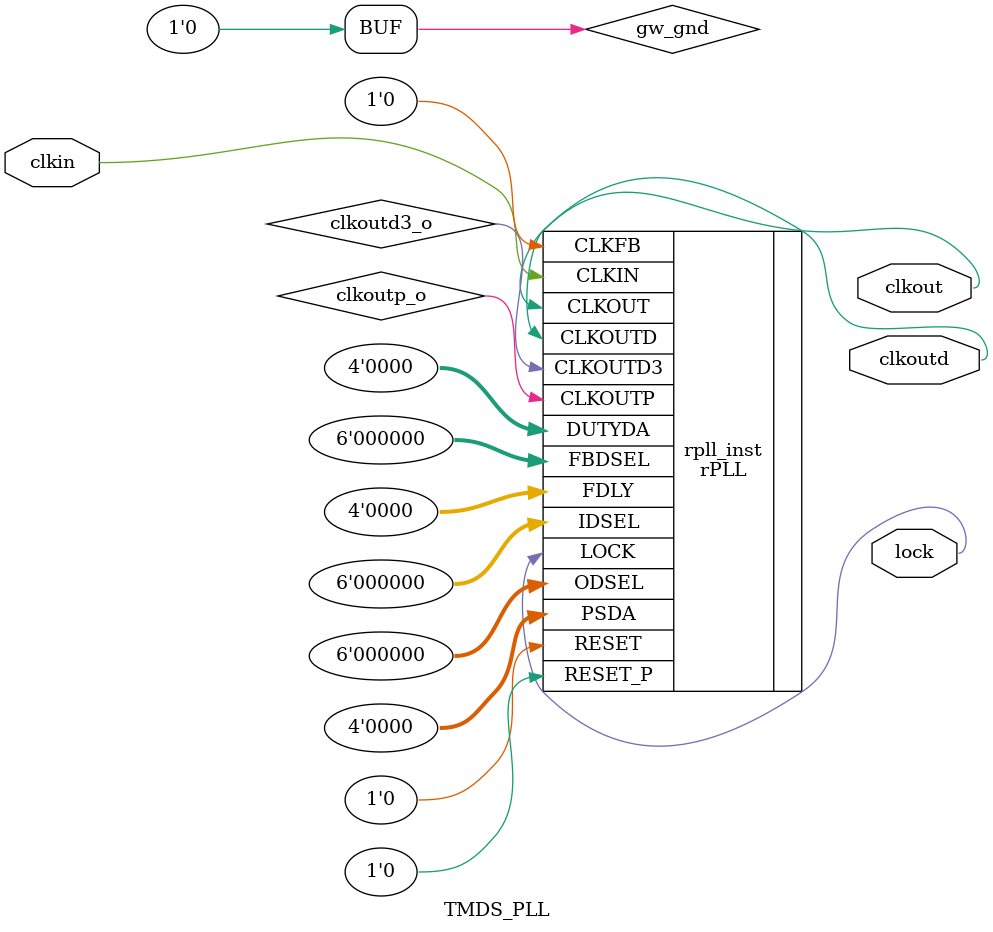
<source format=v>

module TMDS_PLL (clkout, lock, clkoutd, clkin);

output clkout;
output lock;
output clkoutd;
input clkin;

wire clkoutp_o;
wire clkoutd3_o;
wire gw_gnd;

assign gw_gnd = 1'b0;

rPLL rpll_inst (
    .CLKOUT(clkout),
    .LOCK(lock),
    .CLKOUTP(clkoutp_o),
    .CLKOUTD(clkoutd),
    .CLKOUTD3(clkoutd3_o),
    .RESET(gw_gnd),
    .RESET_P(gw_gnd),
    .CLKIN(clkin),
    .CLKFB(gw_gnd),
    .FBDSEL({gw_gnd,gw_gnd,gw_gnd,gw_gnd,gw_gnd,gw_gnd}),
    .IDSEL({gw_gnd,gw_gnd,gw_gnd,gw_gnd,gw_gnd,gw_gnd}),
    .ODSEL({gw_gnd,gw_gnd,gw_gnd,gw_gnd,gw_gnd,gw_gnd}),
    .PSDA({gw_gnd,gw_gnd,gw_gnd,gw_gnd}),
    .DUTYDA({gw_gnd,gw_gnd,gw_gnd,gw_gnd}),
    .FDLY({gw_gnd,gw_gnd,gw_gnd,gw_gnd})
);

defparam rpll_inst.FCLKIN = "27";
defparam rpll_inst.DYN_IDIV_SEL = "false";
defparam rpll_inst.IDIV_SEL = 1;
defparam rpll_inst.DYN_FBDIV_SEL = "false";
defparam rpll_inst.FBDIV_SEL = 8;
defparam rpll_inst.DYN_ODIV_SEL = "false";
defparam rpll_inst.ODIV_SEL = 8;
defparam rpll_inst.PSDA_SEL = "0000";
defparam rpll_inst.DYN_DA_EN = "true";
defparam rpll_inst.DUTYDA_SEL = "1000";
defparam rpll_inst.CLKOUT_FT_DIR = 1'b1;
defparam rpll_inst.CLKOUTP_FT_DIR = 1'b1;
defparam rpll_inst.CLKOUT_DLY_STEP = 0;
defparam rpll_inst.CLKOUTP_DLY_STEP = 0;
defparam rpll_inst.CLKFB_SEL = "internal";
defparam rpll_inst.CLKOUT_BYPASS = "false";
defparam rpll_inst.CLKOUTP_BYPASS = "false";
defparam rpll_inst.CLKOUTD_BYPASS = "false";
defparam rpll_inst.DYN_SDIV_SEL = 60;
defparam rpll_inst.CLKOUTD_SRC = "CLKOUT";
defparam rpll_inst.CLKOUTD3_SRC = "CLKOUT";
defparam rpll_inst.DEVICE = "GW2A-18C";

endmodule //TMDS_PLL

</source>
